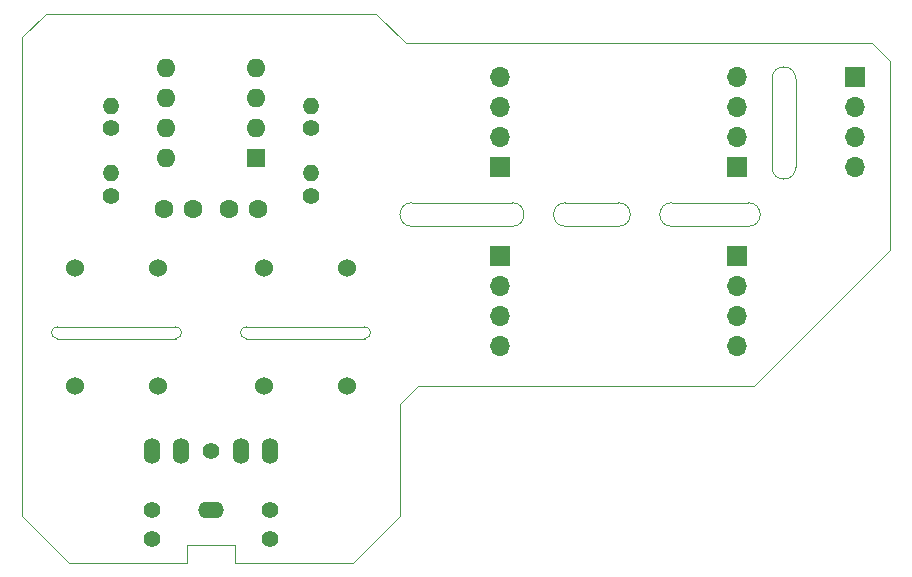
<source format=gbr>
%TF.GenerationSoftware,KiCad,Pcbnew,(5.1.9)-1*%
%TF.CreationDate,2021-03-12T00:34:36-05:00*%
%TF.ProjectId,SummingBoard,53756d6d-696e-4674-926f-6172642e6b69,rev?*%
%TF.SameCoordinates,Original*%
%TF.FileFunction,Soldermask,Bot*%
%TF.FilePolarity,Negative*%
%FSLAX46Y46*%
G04 Gerber Fmt 4.6, Leading zero omitted, Abs format (unit mm)*
G04 Created by KiCad (PCBNEW (5.1.9)-1) date 2021-03-12 00:34:36*
%MOMM*%
%LPD*%
G01*
G04 APERTURE LIST*
%TA.AperFunction,Profile*%
%ADD10C,0.050000*%
%TD*%
%ADD11R,1.600000X1.600000*%
%ADD12O,1.600000X1.600000*%
%ADD13C,1.524000*%
%ADD14C,1.400000*%
%ADD15O,1.400000X1.400000*%
%ADD16O,1.400000X2.200000*%
%ADD17O,2.200000X1.400000*%
%ADD18R,1.700000X1.700000*%
%ADD19O,1.700000X1.700000*%
%ADD20C,1.600000*%
G04 APERTURE END LIST*
D10*
X97000000Y-57000000D02*
X136500000Y-57000000D01*
X94500000Y-54500000D02*
X97000000Y-57000000D01*
X66500000Y-54500000D02*
X94500000Y-54500000D01*
X138000000Y-58500000D02*
X136500000Y-57000000D01*
X138000000Y-74500000D02*
X138000000Y-58500000D01*
X126500000Y-86000000D02*
X138000000Y-74500000D01*
X98000000Y-86000000D02*
X126500000Y-86000000D01*
X96500000Y-87500000D02*
X98000000Y-86000000D01*
X96500000Y-97000000D02*
X96500000Y-87500000D01*
X92500000Y-101000000D02*
X96500000Y-97000000D01*
X86500000Y-101000000D02*
X92500000Y-101000000D01*
X82500000Y-101000000D02*
X86500000Y-101000000D01*
X82500000Y-99500000D02*
X82500000Y-101000000D01*
X78500000Y-99500000D02*
X82500000Y-99500000D01*
X78500000Y-101000000D02*
X78500000Y-99500000D01*
X68500000Y-101000000D02*
X78500000Y-101000000D01*
X64500000Y-97000000D02*
X68500000Y-101000000D01*
X64500000Y-56500000D02*
X64500000Y-97000000D01*
X64500000Y-56500000D02*
X66500000Y-54500000D01*
X110500000Y-72500000D02*
X115000000Y-72500000D01*
X115000000Y-70500000D02*
X110500000Y-70500000D01*
X115000000Y-70500000D02*
G75*
G02*
X115000000Y-72500000I0J-1000000D01*
G01*
X110500000Y-72500000D02*
G75*
G02*
X110500000Y-70500000I0J1000000D01*
G01*
X130000000Y-67500000D02*
X130000000Y-60000000D01*
X128000000Y-60000000D02*
X128000000Y-67500000D01*
X128000000Y-60000000D02*
G75*
G02*
X130000000Y-60000000I1000000J0D01*
G01*
X130000000Y-67500000D02*
G75*
G02*
X128000000Y-67500000I-1000000J0D01*
G01*
X119500000Y-72500000D02*
X126000000Y-72500000D01*
X119500000Y-70500000D02*
X126000000Y-70500000D01*
X106000000Y-72500000D02*
X97500000Y-72500000D01*
X97500000Y-70500000D02*
X106000000Y-70500000D01*
X97500000Y-72500000D02*
G75*
G02*
X97500000Y-70500000I0J1000000D01*
G01*
X106000000Y-70500000D02*
G75*
G02*
X106000000Y-72500000I0J-1000000D01*
G01*
X126000000Y-70500000D02*
G75*
G02*
X126000000Y-72500000I0J-1000000D01*
G01*
X119500000Y-72500000D02*
G75*
G02*
X119500000Y-70500000I0J1000000D01*
G01*
X67500000Y-82000000D02*
G75*
G02*
X67500000Y-81000000I0J500000D01*
G01*
X93500000Y-81000000D02*
G75*
G02*
X93500000Y-82000000I0J-500000D01*
G01*
X83500000Y-82000000D02*
G75*
G02*
X83500000Y-81000000I0J500000D01*
G01*
X77500000Y-81000000D02*
G75*
G02*
X77500000Y-82000000I0J-500000D01*
G01*
X67500000Y-81000000D02*
X77500000Y-81000000D01*
X77500000Y-82000000D02*
X67500000Y-82000000D01*
X93500000Y-82000000D02*
X83500000Y-82000000D01*
X83500000Y-81000000D02*
X93500000Y-81000000D01*
D11*
%TO.C,U1*%
X84310000Y-66746500D03*
D12*
X76690000Y-59126500D03*
X84310000Y-64206500D03*
X76690000Y-61666500D03*
X84310000Y-61666500D03*
X76690000Y-64206500D03*
X84310000Y-59126500D03*
X76690000Y-66746500D03*
%TD*%
D13*
%TO.C,T2*%
X76000000Y-76000000D03*
X69000000Y-76000000D03*
X76000000Y-86000000D03*
X69000000Y-86000000D03*
%TD*%
%TO.C,T1*%
X92000000Y-76000000D03*
X85000000Y-76000000D03*
X92000000Y-86000000D03*
X85000000Y-86000000D03*
%TD*%
D14*
%TO.C,Ro4*%
X72000000Y-69900000D03*
D15*
X72000000Y-68000000D03*
%TD*%
D14*
%TO.C,Ro3*%
X89000000Y-69900000D03*
D15*
X89000000Y-68000000D03*
%TD*%
D14*
%TO.C,Rf7*%
X72000000Y-64206500D03*
D15*
X72000000Y-62306500D03*
%TD*%
D14*
%TO.C,Rf6*%
X89000000Y-64206500D03*
D15*
X89000000Y-62306500D03*
%TD*%
D16*
%TO.C,J6*%
X78000000Y-91500000D03*
D14*
X75500000Y-96500000D03*
X75500000Y-99000000D03*
X85500000Y-99000000D03*
X85500000Y-96500000D03*
X80500000Y-91500000D03*
D16*
X83000000Y-91500000D03*
X75500000Y-91500000D03*
X85500000Y-91500000D03*
D17*
X80500000Y-96500000D03*
%TD*%
D18*
%TO.C,J5*%
X125000000Y-75000000D03*
D19*
X125000000Y-77540000D03*
X125000000Y-80080000D03*
X125000000Y-82620000D03*
%TD*%
D18*
%TO.C,J4*%
X125000000Y-67500000D03*
D19*
X125000000Y-64960000D03*
X125000000Y-62420000D03*
X125000000Y-59880000D03*
%TD*%
D18*
%TO.C,J3*%
X105000000Y-75000000D03*
D19*
X105000000Y-77540000D03*
X105000000Y-80080000D03*
X105000000Y-82620000D03*
%TD*%
D18*
%TO.C,J2*%
X105000000Y-67500000D03*
D19*
X105000000Y-64960000D03*
X105000000Y-62420000D03*
X105000000Y-59880000D03*
%TD*%
D18*
%TO.C,J1*%
X135000000Y-59880000D03*
D19*
X135000000Y-62420000D03*
X135000000Y-64960000D03*
X135000000Y-67500000D03*
%TD*%
D20*
%TO.C,C4*%
X84500000Y-71000000D03*
X82000000Y-71000000D03*
%TD*%
%TO.C,C3*%
X79000000Y-71000000D03*
X76500000Y-71000000D03*
%TD*%
M02*

</source>
